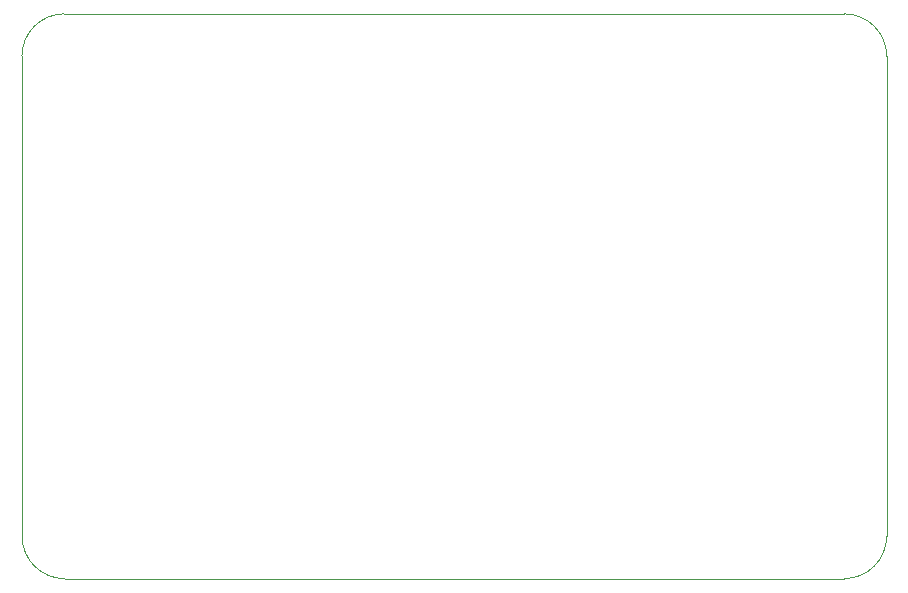
<source format=gbr>
%TF.GenerationSoftware,KiCad,Pcbnew,(6.0.9)*%
%TF.CreationDate,2024-01-01T16:13:25-07:00*%
%TF.ProjectId,Birds Nest,42697264-7320-44e6-9573-742e6b696361,rev?*%
%TF.SameCoordinates,Original*%
%TF.FileFunction,Profile,NP*%
%FSLAX46Y46*%
G04 Gerber Fmt 4.6, Leading zero omitted, Abs format (unit mm)*
G04 Created by KiCad (PCBNEW (6.0.9)) date 2024-01-01 16:13:25*
%MOMM*%
%LPD*%
G01*
G04 APERTURE LIST*
%TA.AperFunction,Profile*%
%ADD10C,0.038100*%
%TD*%
G04 APERTURE END LIST*
D10*
X114300000Y-67527898D02*
G75*
G03*
X111760000Y-68580000I0J-3592102D01*
G01*
X114318749Y-115349287D02*
X180340000Y-115347246D01*
X111760000Y-68580000D02*
G75*
G03*
X110707898Y-71120000I2540000J-2540000D01*
G01*
X183932102Y-71120000D02*
X183927246Y-111760000D01*
X110726643Y-111757185D02*
G75*
G03*
X111778749Y-114297185I3592057J-15D01*
G01*
X182880000Y-68580000D02*
G75*
G03*
X180340000Y-67527898I-2540000J-2540000D01*
G01*
X180340000Y-115347246D02*
G75*
G03*
X183927246Y-111760000I0J3587246D01*
G01*
X183932102Y-71120000D02*
G75*
G03*
X182880000Y-68580000I-3592102J0D01*
G01*
X110707898Y-71120000D02*
X110726647Y-111757185D01*
X111778728Y-114297206D02*
G75*
G03*
X114318749Y-115349287I2539972J2540006D01*
G01*
X180340000Y-67527898D02*
X114300000Y-67527898D01*
M02*

</source>
